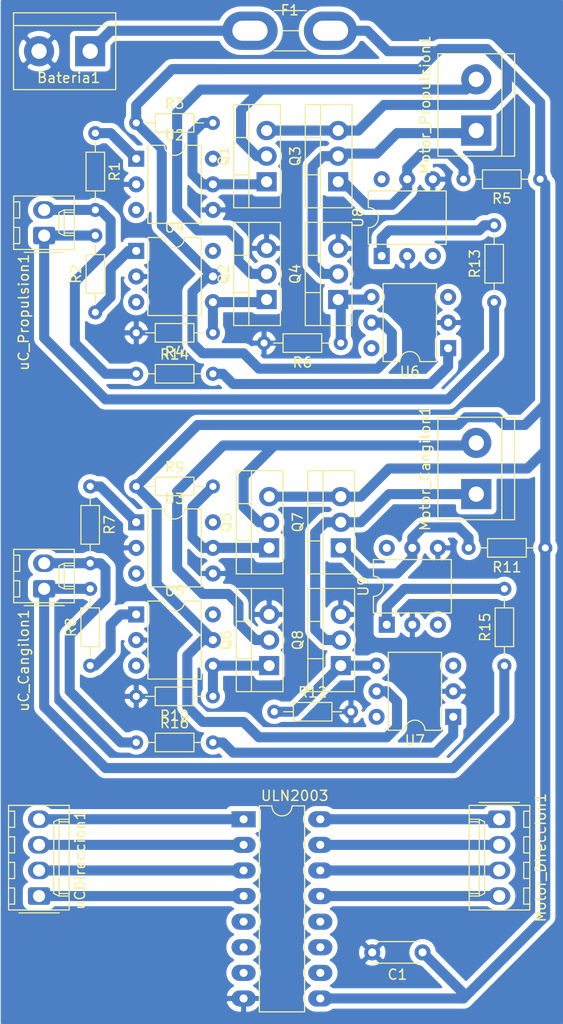
<source format=kicad_pcb>
(kicad_pcb (version 20171130) (host pcbnew "(5.1.5)-3")
  (layers (0 F.Cu signal) (31 B.Cu signal) (34 B.Paste user) (35 F.Paste user) (36 B.SilkS user) (37 F.SilkS user) (38 B.Mask user) (39 F.Mask user) (44 Edge.Cuts user))
  (net 0 "")
  (net 1 "Net-(Bateria1-Pad1)")
  (net 2 "Net-(Motor_Cangilon1-Pad2)")
  (net 3 "Net-(Motor_Cangilon1-Pad1)")
  (net 4 "Net-(Motor_Propulsion1-Pad2)")
  (net 5 "Net-(Motor_Propulsion1-Pad1)")
  (net 6 "Net-(Q1-Pad1)")
  (net 7 "Net-(Q2-Pad1)")
  (net 8 "Net-(Q5-Pad1)")
  (net 9 "Net-(Q6-Pad1)")
  (net 10 Earth)
  (net 11 "Net-(Q3-Pad1)")
  (net 12 "Net-(Q4-Pad1)")
  (net 13 "Net-(Q7-Pad1)")
  (net 14 "Net-(Q8-Pad1)")
  (net 15 "Net-(R1-Pad2)")
  (net 16 "Net-(R16-Pad1)")
  (net 17 "Net-(Motor_Direccion1-Pad4)")
  (net 18 "Net-(Motor_Direccion1-Pad3)")
  (net 19 "Net-(U1-Pad6)")
  (net 20 "Net-(U1-Pad5)")
  (net 21 "Net-(U1-Pad4)")
  (net 22 "Net-(U1-Pad10)")
  (net 23 "Net-(U1-Pad3)")
  (net 24 "Net-(U1-Pad2)")
  (net 25 "Net-(U1-Pad1)")
  (net 26 "Net-(Motor_Direccion1-Pad2)")
  (net 27 "Net-(Motor_Direccion1-Pad1)")
  (net 28 "Net-(U1-Pad7)")
  (net 29 "Net-(U1-Pad12)")
  (net 30 "Net-(U1-Pad11)")
  (net 31 "Net-(C1-Pad1)")
  (net 32 "Net-(R1-Pad1)")
  (net 33 "Net-(R13-Pad1)")
  (net 34 "Net-(R2-Pad1)")
  (net 35 "Net-(R7-Pad1)")
  (net 36 "Net-(R15-Pad1)")
  (net 37 "Net-(R8-Pad1)")
  (net 38 "Net-(R13-Pad2)")
  (net 39 "Net-(R14-Pad2)")
  (net 40 "Net-(R15-Pad2)")
  (net 41 "Net-(R16-Pad2)")
  (net 42 "Net-(U2-Pad6)")
  (net 43 "Net-(U2-Pad3)")
  (net 44 "Net-(U3-Pad6)")
  (net 45 "Net-(U3-Pad3)")
  (net 46 "Net-(U4-Pad6)")
  (net 47 "Net-(U4-Pad3)")
  (net 48 "Net-(U5-Pad6)")
  (net 49 "Net-(U5-Pad3)")
  (net 50 "Net-(U6-Pad6)")
  (net 51 "Net-(U6-Pad3)")
  (net 52 "Net-(U7-Pad6)")
  (net 53 "Net-(U7-Pad3)")
  (net 54 "Net-(U8-Pad6)")
  (net 55 "Net-(U8-Pad3)")
  (net 56 "Net-(U9-Pad6)")
  (net 57 "Net-(U9-Pad3)")
  (module Resistor_THT:R_Axial_DIN0204_L3.6mm_D1.6mm_P7.62mm_Horizontal (layer F.Cu) (at 141.732 77.216 180)
    (fp_text reference R6 (at 3.81 -1.92) (layer F.SilkS))
    (fp_text value 10k)
    (pad 2 thru_hole oval (at 7.62 0 180) (size 1.4 1.4) (drill 0.7) (layers *.Cu *.Mask) (net 10 Earth))
    (pad 1 thru_hole circle (at 0 0 180) (size 1.4 1.4) (drill 0.7) (layers *.Cu *.Mask) (net 12 "Net-(Q4-Pad1)"))
  )
  (module Resistor_THT:R_Axial_DIN0204_L3.6mm_D1.6mm_P7.62mm_Horizontal (layer F.Cu) (at 161.544 60.96 180)
    (fp_text reference R5 (at 3.81 -1.92) (layer F.SilkS))
    (fp_text value 10k)
    (pad 2 thru_hole oval (at 7.62 0 180) (size 1.4 1.4) (drill 0.7) (layers *.Cu *.Mask) (net 11 "Net-(Q3-Pad1)"))
    (pad 1 thru_hole circle (at 0 0 180) (size 1.4 1.4) (drill 0.7) (layers *.Cu *.Mask) (net 31 "Net-(C1-Pad1)"))
  )
  (module Resistor_THT:R_Axial_DIN0204_L3.6mm_D1.6mm_P7.62mm_Horizontal (layer F.Cu) (at 129.032 76.2 180)
    (fp_text reference R4 (at 3.81 -1.92) (layer F.SilkS))
    (fp_text value 10k)
    (pad 2 thru_hole oval (at 7.62 0 180) (size 1.4 1.4) (drill 0.7) (layers *.Cu *.Mask) (net 10 Earth))
    (pad 1 thru_hole circle (at 0 0 180) (size 1.4 1.4) (drill 0.7) (layers *.Cu *.Mask) (net 7 "Net-(Q2-Pad1)"))
  )
  (module Resistor_THT:R_Axial_DIN0204_L3.6mm_D1.6mm_P7.62mm_Horizontal (layer F.Cu) (at 121.412 55.372)
    (fp_text reference R3 (at 3.81 -1.92) (layer F.SilkS))
    (fp_text value 10k)
    (pad 2 thru_hole oval (at 7.62 0) (size 1.4 1.4) (drill 0.7) (layers *.Cu *.Mask) (net 6 "Net-(Q1-Pad1)"))
    (pad 1 thru_hole circle (at 0 0) (size 1.4 1.4) (drill 0.7) (layers *.Cu *.Mask) (net 31 "Net-(C1-Pad1)"))
  )
  (module Resistor_THT:R_Axial_DIN0204_L3.6mm_D1.6mm_P7.62mm_Horizontal (layer F.Cu) (at 117.348 56.388 270)
    (fp_text reference R1 (at 3.81 -1.92 90) (layer F.SilkS))
    (fp_text value 220)
    (pad 2 thru_hole oval (at 7.62 0 270) (size 1.4 1.4) (drill 0.7) (layers *.Cu *.Mask) (net 15 "Net-(R1-Pad2)"))
    (pad 1 thru_hole circle (at 0 0 270) (size 1.4 1.4) (drill 0.7) (layers *.Cu *.Mask) (net 32 "Net-(R1-Pad1)"))
  )
  (module Package_DIP:DIP-6_W7.62mm (layer F.Cu) (at 146.304 105.156 90)
    (fp_text reference U9 (at 3.81 -2.33 90) (layer F.SilkS))
    (fp_text value 4N25)
    (pad 6 thru_hole oval (at 7.62 0 90) (size 1.6 1.6) (drill 0.8) (layers *.Cu *.Mask) (net 56 "Net-(U9-Pad6)"))
    (pad 3 thru_hole oval (at 0 5.08 90) (size 1.6 1.6) (drill 0.8) (layers *.Cu *.Mask) (net 57 "Net-(U9-Pad3)"))
    (pad 5 thru_hole oval (at 7.62 2.54 90) (size 1.6 1.6) (drill 0.8) (layers *.Cu *.Mask) (net 13 "Net-(Q7-Pad1)"))
    (pad 2 thru_hole oval (at 0 2.54 90) (size 1.6 1.6) (drill 0.8) (layers *.Cu *.Mask) (net 10 Earth))
    (pad 4 thru_hole oval (at 7.62 5.08 90) (size 1.6 1.6) (drill 0.8) (layers *.Cu *.Mask) (net 10 Earth))
    (pad 1 thru_hole rect (at 0 0 90) (size 1.6 1.6) (drill 0.8) (layers *.Cu *.Mask) (net 40 "Net-(R15-Pad2)"))
  )
  (module Package_DIP:DIP-6_W7.62mm (layer F.Cu) (at 145.796 68.58 90)
    (fp_text reference U8 (at 3.81 -2.33 90) (layer F.SilkS))
    (fp_text value 4N25)
    (pad 6 thru_hole oval (at 7.62 0 90) (size 1.6 1.6) (drill 0.8) (layers *.Cu *.Mask) (net 54 "Net-(U8-Pad6)"))
    (pad 3 thru_hole oval (at 0 5.08 90) (size 1.6 1.6) (drill 0.8) (layers *.Cu *.Mask) (net 55 "Net-(U8-Pad3)"))
    (pad 5 thru_hole oval (at 7.62 2.54 90) (size 1.6 1.6) (drill 0.8) (layers *.Cu *.Mask) (net 11 "Net-(Q3-Pad1)"))
    (pad 2 thru_hole oval (at 0 2.54 90) (size 1.6 1.6) (drill 0.8) (layers *.Cu *.Mask) (net 10 Earth))
    (pad 4 thru_hole oval (at 7.62 5.08 90) (size 1.6 1.6) (drill 0.8) (layers *.Cu *.Mask) (net 10 Earth))
    (pad 1 thru_hole rect (at 0 0 90) (size 1.6 1.6) (drill 0.8) (layers *.Cu *.Mask) (net 38 "Net-(R13-Pad2)"))
  )
  (module Package_DIP:DIP-6_W7.62mm (layer F.Cu) (at 152.908 114.3 180)
    (fp_text reference U7 (at 3.81 -2.33) (layer F.SilkS))
    (fp_text value 4N25)
    (pad 6 thru_hole oval (at 7.62 0 180) (size 1.6 1.6) (drill 0.8) (layers *.Cu *.Mask) (net 52 "Net-(U7-Pad6)"))
    (pad 3 thru_hole oval (at 0 5.08 180) (size 1.6 1.6) (drill 0.8) (layers *.Cu *.Mask) (net 53 "Net-(U7-Pad3)"))
    (pad 5 thru_hole oval (at 7.62 2.54 180) (size 1.6 1.6) (drill 0.8) (layers *.Cu *.Mask) (net 31 "Net-(C1-Pad1)"))
    (pad 2 thru_hole oval (at 0 2.54 180) (size 1.6 1.6) (drill 0.8) (layers *.Cu *.Mask) (net 10 Earth))
    (pad 4 thru_hole oval (at 7.62 5.08 180) (size 1.6 1.6) (drill 0.8) (layers *.Cu *.Mask) (net 14 "Net-(Q8-Pad1)"))
    (pad 1 thru_hole rect (at 0 0 180) (size 1.6 1.6) (drill 0.8) (layers *.Cu *.Mask) (net 41 "Net-(R16-Pad2)"))
  )
  (module Package_DIP:DIP-6_W7.62mm (layer F.Cu) (at 152.4 77.724 180)
    (fp_text reference U6 (at 3.81 -2.33) (layer F.SilkS))
    (fp_text value 4N25)
    (pad 6 thru_hole oval (at 7.62 0 180) (size 1.6 1.6) (drill 0.8) (layers *.Cu *.Mask) (net 50 "Net-(U6-Pad6)"))
    (pad 3 thru_hole oval (at 0 5.08 180) (size 1.6 1.6) (drill 0.8) (layers *.Cu *.Mask) (net 51 "Net-(U6-Pad3)"))
    (pad 5 thru_hole oval (at 7.62 2.54 180) (size 1.6 1.6) (drill 0.8) (layers *.Cu *.Mask) (net 31 "Net-(C1-Pad1)"))
    (pad 2 thru_hole oval (at 0 2.54 180) (size 1.6 1.6) (drill 0.8) (layers *.Cu *.Mask) (net 10 Earth))
    (pad 4 thru_hole oval (at 7.62 5.08 180) (size 1.6 1.6) (drill 0.8) (layers *.Cu *.Mask) (net 12 "Net-(Q4-Pad1)"))
    (pad 1 thru_hole rect (at 0 0 180) (size 1.6 1.6) (drill 0.8) (layers *.Cu *.Mask) (net 39 "Net-(R14-Pad2)"))
  )
  (module Package_DIP:DIP-6_W7.62mm (layer F.Cu) (at 121.412 104.14)
    (fp_text reference U5 (at 3.81 -2.33) (layer F.SilkS))
    (fp_text value 4N25)
    (pad 6 thru_hole oval (at 7.62 0) (size 1.6 1.6) (drill 0.8) (layers *.Cu *.Mask) (net 48 "Net-(U5-Pad6)"))
    (pad 3 thru_hole oval (at 0 5.08) (size 1.6 1.6) (drill 0.8) (layers *.Cu *.Mask) (net 49 "Net-(U5-Pad3)"))
    (pad 5 thru_hole oval (at 7.62 2.54) (size 1.6 1.6) (drill 0.8) (layers *.Cu *.Mask) (net 31 "Net-(C1-Pad1)"))
    (pad 2 thru_hole oval (at 0 2.54) (size 1.6 1.6) (drill 0.8) (layers *.Cu *.Mask) (net 10 Earth))
    (pad 4 thru_hole oval (at 7.62 5.08) (size 1.6 1.6) (drill 0.8) (layers *.Cu *.Mask) (net 9 "Net-(Q6-Pad1)"))
    (pad 1 thru_hole rect (at 0 0) (size 1.6 1.6) (drill 0.8) (layers *.Cu *.Mask) (net 37 "Net-(R8-Pad1)"))
  )
  (module Package_DIP:DIP-6_W7.62mm (layer F.Cu) (at 121.412 68.072)
    (fp_text reference U4 (at 3.81 -2.33) (layer F.SilkS))
    (fp_text value 4N25)
    (pad 6 thru_hole oval (at 7.62 0) (size 1.6 1.6) (drill 0.8) (layers *.Cu *.Mask) (net 46 "Net-(U4-Pad6)"))
    (pad 3 thru_hole oval (at 0 5.08) (size 1.6 1.6) (drill 0.8) (layers *.Cu *.Mask) (net 47 "Net-(U4-Pad3)"))
    (pad 5 thru_hole oval (at 7.62 2.54) (size 1.6 1.6) (drill 0.8) (layers *.Cu *.Mask) (net 31 "Net-(C1-Pad1)"))
    (pad 2 thru_hole oval (at 0 2.54) (size 1.6 1.6) (drill 0.8) (layers *.Cu *.Mask) (net 10 Earth))
    (pad 4 thru_hole oval (at 7.62 5.08) (size 1.6 1.6) (drill 0.8) (layers *.Cu *.Mask) (net 7 "Net-(Q2-Pad1)"))
    (pad 1 thru_hole rect (at 0 0) (size 1.6 1.6) (drill 0.8) (layers *.Cu *.Mask) (net 34 "Net-(R2-Pad1)"))
  )
  (module Package_DIP:DIP-6_W7.62mm (layer F.Cu) (at 121.412 94.996)
    (fp_text reference U3 (at 3.81 -2.33) (layer F.SilkS))
    (fp_text value 4N25)
    (pad 6 thru_hole oval (at 7.62 0) (size 1.6 1.6) (drill 0.8) (layers *.Cu *.Mask) (net 44 "Net-(U3-Pad6)"))
    (pad 3 thru_hole oval (at 0 5.08) (size 1.6 1.6) (drill 0.8) (layers *.Cu *.Mask) (net 45 "Net-(U3-Pad3)"))
    (pad 5 thru_hole oval (at 7.62 2.54) (size 1.6 1.6) (drill 0.8) (layers *.Cu *.Mask) (net 8 "Net-(Q5-Pad1)"))
    (pad 2 thru_hole oval (at 0 2.54) (size 1.6 1.6) (drill 0.8) (layers *.Cu *.Mask) (net 10 Earth))
    (pad 4 thru_hole oval (at 7.62 5.08) (size 1.6 1.6) (drill 0.8) (layers *.Cu *.Mask) (net 10 Earth))
    (pad 1 thru_hole rect (at 0 0) (size 1.6 1.6) (drill 0.8) (layers *.Cu *.Mask) (net 35 "Net-(R7-Pad1)"))
  )
  (module Package_DIP:DIP-6_W7.62mm (layer F.Cu) (at 121.412 58.928)
    (fp_text reference U2 (at 3.81 -2.33) (layer F.SilkS))
    (fp_text value 4N25)
    (pad 6 thru_hole oval (at 7.62 0) (size 1.6 1.6) (drill 0.8) (layers *.Cu *.Mask) (net 42 "Net-(U2-Pad6)"))
    (pad 3 thru_hole oval (at 0 5.08) (size 1.6 1.6) (drill 0.8) (layers *.Cu *.Mask) (net 43 "Net-(U2-Pad3)"))
    (pad 5 thru_hole oval (at 7.62 2.54) (size 1.6 1.6) (drill 0.8) (layers *.Cu *.Mask) (net 6 "Net-(Q1-Pad1)"))
    (pad 2 thru_hole oval (at 0 2.54) (size 1.6 1.6) (drill 0.8) (layers *.Cu *.Mask) (net 10 Earth))
    (pad 4 thru_hole oval (at 7.62 5.08) (size 1.6 1.6) (drill 0.8) (layers *.Cu *.Mask) (net 10 Earth))
    (pad 1 thru_hole rect (at 0 0) (size 1.6 1.6) (drill 0.8) (layers *.Cu *.Mask) (net 32 "Net-(R1-Pad1)"))
  )
  (module Resistor_THT:R_Axial_DIN0204_L3.6mm_D1.6mm_P7.62mm_Horizontal (layer F.Cu) (at 121.412 116.84)
    (fp_text reference R16 (at 3.81 -1.92) (layer F.SilkS))
    (fp_text value 220)
    (pad 2 thru_hole oval (at 7.62 0) (size 1.4 1.4) (drill 0.7) (layers *.Cu *.Mask) (net 41 "Net-(R16-Pad2)"))
    (pad 1 thru_hole circle (at 0 0) (size 1.4 1.4) (drill 0.7) (layers *.Cu *.Mask) (net 16 "Net-(R16-Pad1)"))
  )
  (module Resistor_THT:R_Axial_DIN0204_L3.6mm_D1.6mm_P7.62mm_Horizontal (layer F.Cu) (at 157.988 109.22 90)
    (fp_text reference R15 (at 3.81 -1.92 90) (layer F.SilkS))
    (fp_text value 220)
    (pad 2 thru_hole oval (at 7.62 0 90) (size 1.4 1.4) (drill 0.7) (layers *.Cu *.Mask) (net 40 "Net-(R15-Pad2)"))
    (pad 1 thru_hole circle (at 0 0 90) (size 1.4 1.4) (drill 0.7) (layers *.Cu *.Mask) (net 36 "Net-(R15-Pad1)"))
  )
  (module Resistor_THT:R_Axial_DIN0204_L3.6mm_D1.6mm_P7.62mm_Horizontal (layer F.Cu) (at 121.412 80.264)
    (fp_text reference R14 (at 3.81 -1.92) (layer F.SilkS))
    (fp_text value 220)
    (pad 2 thru_hole oval (at 7.62 0) (size 1.4 1.4) (drill 0.7) (layers *.Cu *.Mask) (net 39 "Net-(R14-Pad2)"))
    (pad 1 thru_hole circle (at 0 0) (size 1.4 1.4) (drill 0.7) (layers *.Cu *.Mask) (net 15 "Net-(R1-Pad2)"))
  )
  (module Resistor_THT:R_Axial_DIN0204_L3.6mm_D1.6mm_P7.62mm_Horizontal (layer F.Cu) (at 156.972 73.152 90)
    (fp_text reference R13 (at 3.81 -1.92 90) (layer F.SilkS))
    (fp_text value 220)
    (pad 2 thru_hole oval (at 7.62 0 90) (size 1.4 1.4) (drill 0.7) (layers *.Cu *.Mask) (net 38 "Net-(R13-Pad2)"))
    (pad 1 thru_hole circle (at 0 0 90) (size 1.4 1.4) (drill 0.7) (layers *.Cu *.Mask) (net 33 "Net-(R13-Pad1)"))
  )
  (module Resistor_THT:R_Axial_DIN0204_L3.6mm_D1.6mm_P7.62mm_Horizontal (layer F.Cu) (at 135.128 113.792)
    (fp_text reference R12 (at 3.81 -1.92) (layer F.SilkS))
    (fp_text value 10k)
    (pad 2 thru_hole oval (at 7.62 0) (size 1.4 1.4) (drill 0.7) (layers *.Cu *.Mask) (net 10 Earth))
    (pad 1 thru_hole circle (at 0 0) (size 1.4 1.4) (drill 0.7) (layers *.Cu *.Mask) (net 14 "Net-(Q8-Pad1)"))
  )
  (module Resistor_THT:R_Axial_DIN0204_L3.6mm_D1.6mm_P7.62mm_Horizontal (layer F.Cu) (at 162.052 97.536 180)
    (fp_text reference R11 (at 3.81 -1.92) (layer F.SilkS))
    (fp_text value 10k)
    (pad 2 thru_hole oval (at 7.62 0 180) (size 1.4 1.4) (drill 0.7) (layers *.Cu *.Mask) (net 13 "Net-(Q7-Pad1)"))
    (pad 1 thru_hole circle (at 0 0 180) (size 1.4 1.4) (drill 0.7) (layers *.Cu *.Mask) (net 31 "Net-(C1-Pad1)"))
  )
  (module Resistor_THT:R_Axial_DIN0204_L3.6mm_D1.6mm_P7.62mm_Horizontal (layer F.Cu) (at 129.032 112.268 180)
    (fp_text reference R10 (at 3.81 -1.92) (layer F.SilkS))
    (fp_text value 10k)
    (pad 2 thru_hole oval (at 7.62 0 180) (size 1.4 1.4) (drill 0.7) (layers *.Cu *.Mask) (net 10 Earth))
    (pad 1 thru_hole circle (at 0 0 180) (size 1.4 1.4) (drill 0.7) (layers *.Cu *.Mask) (net 9 "Net-(Q6-Pad1)"))
  )
  (module Resistor_THT:R_Axial_DIN0204_L3.6mm_D1.6mm_P7.62mm_Horizontal (layer F.Cu) (at 121.412 91.44)
    (fp_text reference R9 (at 3.81 -1.92) (layer F.SilkS))
    (fp_text value 10k)
    (pad 2 thru_hole oval (at 7.62 0) (size 1.4 1.4) (drill 0.7) (layers *.Cu *.Mask) (net 8 "Net-(Q5-Pad1)"))
    (pad 1 thru_hole circle (at 0 0) (size 1.4 1.4) (drill 0.7) (layers *.Cu *.Mask) (net 31 "Net-(C1-Pad1)"))
  )
  (module Resistor_THT:R_Axial_DIN0204_L3.6mm_D1.6mm_P7.62mm_Horizontal (layer F.Cu) (at 116.84 109.22 90)
    (fp_text reference R8 (at 3.81 -1.92 90) (layer F.SilkS))
    (fp_text value 220)
    (pad 2 thru_hole oval (at 7.62 0 90) (size 1.4 1.4) (drill 0.7) (layers *.Cu *.Mask) (net 36 "Net-(R15-Pad1)"))
    (pad 1 thru_hole circle (at 0 0 90) (size 1.4 1.4) (drill 0.7) (layers *.Cu *.Mask) (net 37 "Net-(R8-Pad1)"))
  )
  (module Resistor_THT:R_Axial_DIN0204_L3.6mm_D1.6mm_P7.62mm_Horizontal (layer F.Cu) (at 116.84 91.44 270)
    (fp_text reference R7 (at 3.81 -1.92 90) (layer F.SilkS))
    (fp_text value 220)
    (pad 2 thru_hole oval (at 7.62 0 270) (size 1.4 1.4) (drill 0.7) (layers *.Cu *.Mask) (net 16 "Net-(R16-Pad1)"))
    (pad 1 thru_hole circle (at 0 0 270) (size 1.4 1.4) (drill 0.7) (layers *.Cu *.Mask) (net 35 "Net-(R7-Pad1)"))
  )
  (module Resistor_THT:R_Axial_DIN0204_L3.6mm_D1.6mm_P7.62mm_Horizontal (layer F.Cu) (at 117.348 74.168 90)
    (fp_text reference R2 (at 3.81 -1.92 90) (layer F.SilkS))
    (fp_text value 220)
    (pad 2 thru_hole oval (at 7.62 0 90) (size 1.4 1.4) (drill 0.7) (layers *.Cu *.Mask) (net 33 "Net-(R13-Pad1)"))
    (pad 1 thru_hole circle (at 0 0 90) (size 1.4 1.4) (drill 0.7) (layers *.Cu *.Mask) (net 34 "Net-(R2-Pad1)"))
  )
  (module Package_TO_SOT_THT:TO-220-3_Vertical (layer F.Cu) (at 141.732 109.22 90)
    (fp_text reference Q8 (at 2.54 -4.27 90) (layer F.SilkS))
    (fp_text value IRF540N)
    (pad 3 thru_hole oval (at 5.08 0 90) (size 1.905 2) (drill 1.1) (layers *.Cu *.Mask) (net 10 Earth))
    (pad 2 thru_hole oval (at 2.54 0 90) (size 1.905 2) (drill 1.1) (layers *.Cu *.Mask) (net 3 "Net-(Motor_Cangilon1-Pad1)"))
    (pad 1 thru_hole rect (at 0 0 90) (size 1.905 2) (drill 1.1) (layers *.Cu *.Mask) (net 14 "Net-(Q8-Pad1)"))
  )
  (module Package_TO_SOT_THT:TO-220-3_Vertical (layer F.Cu) (at 141.732 97.536 90)
    (fp_text reference Q7 (at 2.54 -4.27 90) (layer F.SilkS))
    (fp_text value IRF9540N)
    (pad 3 thru_hole oval (at 5.08 0 90) (size 1.905 2) (drill 1.1) (layers *.Cu *.Mask) (net 31 "Net-(C1-Pad1)"))
    (pad 2 thru_hole oval (at 2.54 0 90) (size 1.905 2) (drill 1.1) (layers *.Cu *.Mask) (net 3 "Net-(Motor_Cangilon1-Pad1)"))
    (pad 1 thru_hole rect (at 0 0 90) (size 1.905 2) (drill 1.1) (layers *.Cu *.Mask) (net 13 "Net-(Q7-Pad1)"))
  )
  (module Package_TO_SOT_THT:TO-220-3_Vertical (layer F.Cu) (at 134.62 109.22 90)
    (fp_text reference Q6 (at 2.54 -4.27 90) (layer F.SilkS))
    (fp_text value IRF540N)
    (pad 3 thru_hole oval (at 5.08 0 90) (size 1.905 2) (drill 1.1) (layers *.Cu *.Mask) (net 10 Earth))
    (pad 2 thru_hole oval (at 2.54 0 90) (size 1.905 2) (drill 1.1) (layers *.Cu *.Mask) (net 2 "Net-(Motor_Cangilon1-Pad2)"))
    (pad 1 thru_hole rect (at 0 0 90) (size 1.905 2) (drill 1.1) (layers *.Cu *.Mask) (net 9 "Net-(Q6-Pad1)"))
  )
  (module Package_TO_SOT_THT:TO-220-3_Vertical (layer F.Cu) (at 134.62 97.536 90)
    (fp_text reference Q5 (at 2.54 -4.27 90) (layer F.SilkS))
    (fp_text value IRF9540N)
    (pad 3 thru_hole oval (at 5.08 0 90) (size 1.905 2) (drill 1.1) (layers *.Cu *.Mask) (net 31 "Net-(C1-Pad1)"))
    (pad 2 thru_hole oval (at 2.54 0 90) (size 1.905 2) (drill 1.1) (layers *.Cu *.Mask) (net 2 "Net-(Motor_Cangilon1-Pad2)"))
    (pad 1 thru_hole rect (at 0 0 90) (size 1.905 2) (drill 1.1) (layers *.Cu *.Mask) (net 8 "Net-(Q5-Pad1)"))
  )
  (module Connector_Molex:Molex_KK-254_AE-6410-04A_1x04_P2.54mm_Vertical (layer F.Cu) (at 111.76 132.08 90)
    (fp_text reference uCDireccion1 (at 3.556 4.064 90) (layer F.SilkS))
    (fp_text value Screw_Terminal_01x04)
    (pad 4 thru_hole oval (at 7.62 0 90) (size 1.74 2.2) (drill 1.2) (layers *.Cu *.Mask) (net 25 "Net-(U1-Pad1)"))
    (pad 3 thru_hole oval (at 5.08 0 90) (size 1.74 2.2) (drill 1.2) (layers *.Cu *.Mask) (net 24 "Net-(U1-Pad2)"))
    (pad 2 thru_hole oval (at 2.54 0 90) (size 1.74 2.2) (drill 1.2) (layers *.Cu *.Mask) (net 23 "Net-(U1-Pad3)"))
    (pad 1 thru_hole roundrect (at 0 0 90) (size 1.74 2.2) (drill 1.2) (layers *.Cu *.Mask) (roundrect_rratio 0.143678) (net 21 "Net-(U1-Pad4)"))
  )
  (module Capacitor_THT:C_Disc_D4.3mm_W1.9mm_P5.00mm (layer F.Cu) (at 149.86 137.668 180)
    (fp_text reference C1 (at 2.5 -2.2) (layer F.SilkS))
    (fp_text value C)
    (pad 2 thru_hole circle (at 5 0 180) (size 1.6 1.6) (drill 0.8) (layers *.Cu *.Mask) (net 10 Earth))
    (pad 1 thru_hole circle (at 0 0 180) (size 1.6 1.6) (drill 0.8) (layers *.Cu *.Mask) (net 31 "Net-(C1-Pad1)"))
  )
  (module Fuse:Fuse_Blade_Mini_directSolder (layer F.Cu) (at 132.716 46.228)
    (fp_text reference F1 (at 3.95 -2.032) (layer F.SilkS))
    (fp_text value Fuse)
    (pad 2 thru_hole oval (at 8 0) (size 5.3 3.8) (drill oval 3.5 2) (layers *.Cu *.Mask) (net 31 "Net-(C1-Pad1)"))
    (pad 1 thru_hole oval (at 0 0) (size 5.5 3.8) (drill oval 3.5 2) (layers *.Cu *.Mask) (net 1 "Net-(Bateria1-Pad1)"))
  )
  (module Package_DIP:DIP-16_W7.62mm_LongPads (layer F.Cu) (at 132.08 124.46)
    (fp_text reference ULN2003 (at 5.08 -2.33) (layer F.SilkS))
    (fp_text value ULN2003)
    (pad 16 thru_hole oval (at 7.62 0) (size 2.4 1.6) (drill 0.8) (layers *.Cu *.Mask) (net 27 "Net-(Motor_Direccion1-Pad1)"))
    (pad 8 thru_hole oval (at 0 17.78) (size 2.4 1.6) (drill 0.8) (layers *.Cu *.Mask) (net 10 Earth))
    (pad 15 thru_hole oval (at 7.62 2.54) (size 2.4 1.6) (drill 0.8) (layers *.Cu *.Mask) (net 26 "Net-(Motor_Direccion1-Pad2)"))
    (pad 7 thru_hole oval (at 0 15.24) (size 2.4 1.6) (drill 0.8) (layers *.Cu *.Mask) (net 28 "Net-(U1-Pad7)"))
    (pad 14 thru_hole oval (at 7.62 5.08) (size 2.4 1.6) (drill 0.8) (layers *.Cu *.Mask) (net 18 "Net-(Motor_Direccion1-Pad3)"))
    (pad 6 thru_hole oval (at 0 12.7) (size 2.4 1.6) (drill 0.8) (layers *.Cu *.Mask) (net 19 "Net-(U1-Pad6)"))
    (pad 13 thru_hole oval (at 7.62 7.62) (size 2.4 1.6) (drill 0.8) (layers *.Cu *.Mask) (net 17 "Net-(Motor_Direccion1-Pad4)"))
    (pad 5 thru_hole oval (at 0 10.16) (size 2.4 1.6) (drill 0.8) (layers *.Cu *.Mask) (net 20 "Net-(U1-Pad5)"))
    (pad 12 thru_hole oval (at 7.62 10.16) (size 2.4 1.6) (drill 0.8) (layers *.Cu *.Mask) (net 29 "Net-(U1-Pad12)"))
    (pad 4 thru_hole oval (at 0 7.62) (size 2.4 1.6) (drill 0.8) (layers *.Cu *.Mask) (net 21 "Net-(U1-Pad4)"))
    (pad 11 thru_hole oval (at 7.62 12.7) (size 2.4 1.6) (drill 0.8) (layers *.Cu *.Mask) (net 30 "Net-(U1-Pad11)"))
    (pad 3 thru_hole oval (at 0 5.08) (size 2.4 1.6) (drill 0.8) (layers *.Cu *.Mask) (net 23 "Net-(U1-Pad3)"))
    (pad 10 thru_hole oval (at 7.62 15.24) (size 2.4 1.6) (drill 0.8) (layers *.Cu *.Mask) (net 22 "Net-(U1-Pad10)"))
    (pad 2 thru_hole oval (at 0 2.54) (size 2.4 1.6) (drill 0.8) (layers *.Cu *.Mask) (net 24 "Net-(U1-Pad2)"))
    (pad 9 thru_hole oval (at 7.62 17.78) (size 2.4 1.6) (drill 0.8) (layers *.Cu *.Mask) (net 31 "Net-(C1-Pad1)"))
    (pad 1 thru_hole rect (at 0 0) (size 2.4 1.6) (drill 0.8) (layers *.Cu *.Mask) (net 25 "Net-(U1-Pad1)"))
  )
  (module Package_TO_SOT_THT:TO-220-3_Vertical (layer F.Cu) (at 141.478 61.214 90)
    (fp_text reference Q3 (at 2.54 -4.27 90) (layer F.SilkS))
    (fp_text value IRF9540N)
    (pad 3 thru_hole oval (at 5.08 0 90) (size 1.905 2) (drill 1.1) (layers *.Cu *.Mask) (net 31 "Net-(C1-Pad1)"))
    (pad 2 thru_hole oval (at 2.54 0 90) (size 1.905 2) (drill 1.1) (layers *.Cu *.Mask) (net 5 "Net-(Motor_Propulsion1-Pad1)"))
    (pad 1 thru_hole rect (at 0 0 90) (size 1.905 2) (drill 1.1) (layers *.Cu *.Mask) (net 11 "Net-(Q3-Pad1)"))
  )
  (module Connector_Molex:Molex_KK-254_AE-6410-04A_1x04_P2.54mm_Vertical (layer F.Cu) (at 157.48 124.46 270)
    (fp_text reference Motor_Direccion1 (at 3.81 -4.12 90) (layer F.SilkS))
    (fp_text value Screw_Terminal_01x04)
    (pad 4 thru_hole oval (at 7.62 0 270) (size 1.74 2.2) (drill 1.2) (layers *.Cu *.Mask) (net 17 "Net-(Motor_Direccion1-Pad4)"))
    (pad 3 thru_hole oval (at 5.08 0 270) (size 1.74 2.2) (drill 1.2) (layers *.Cu *.Mask) (net 18 "Net-(Motor_Direccion1-Pad3)"))
    (pad 2 thru_hole oval (at 2.54 0 270) (size 1.74 2.2) (drill 1.2) (layers *.Cu *.Mask) (net 26 "Net-(Motor_Direccion1-Pad2)"))
    (pad 1 thru_hole roundrect (at 0 0 270) (size 1.74 2.2) (drill 1.2) (layers *.Cu *.Mask) (roundrect_rratio 0.144) (net 27 "Net-(Motor_Direccion1-Pad1)"))
  )
  (module Connector_Molex:Molex_KK-254_AE-6410-02A_1x02_P2.54mm_Vertical (layer F.Cu) (at 112.268 66.548 90)
    (fp_text reference uC_Propulsion1 (at -7.62 -2.032 90) (layer F.SilkS))
    (fp_text value Screw_Terminal_01x02)
    (pad 2 thru_hole oval (at 2.54 0 90) (size 1.74 2.2) (drill 1.2) (layers *.Cu *.Mask) (net 15 "Net-(R1-Pad2)"))
    (pad 1 thru_hole roundrect (at 0 0 90) (size 1.74 2.2) (drill 1.2) (layers *.Cu *.Mask) (roundrect_rratio 0.143678) (net 33 "Net-(R13-Pad1)"))
  )
  (module Connector_Molex:Molex_KK-254_AE-6410-02A_1x02_P2.54mm_Vertical (layer F.Cu) (at 112.268 101.6 90)
    (fp_text reference uC_Cangilon1 (at -7.112 -2.032 90) (layer F.SilkS))
    (fp_text value Screw_Terminal_01x02)
    (pad 2 thru_hole oval (at 2.54 0 90) (size 1.74 2.2) (drill 1.2) (layers *.Cu *.Mask) (net 16 "Net-(R16-Pad1)"))
    (pad 1 thru_hole roundrect (at 0 0 90) (size 1.74 2.2) (drill 1.2) (layers *.Cu *.Mask) (roundrect_rratio 0.143678) (net 36 "Net-(R15-Pad1)"))
  )
  (module Package_TO_SOT_THT:TO-220-3_Vertical (layer F.Cu) (at 141.478 72.898 90)
    (fp_text reference Q4 (at 2.54 -4.27 90) (layer F.SilkS))
    (fp_text value IRF540N)
    (pad 3 thru_hole oval (at 5.08 0 90) (size 1.905 2) (drill 1.1) (layers *.Cu *.Mask) (net 10 Earth))
    (pad 2 thru_hole oval (at 2.54 0 90) (size 1.905 2) (drill 1.1) (layers *.Cu *.Mask) (net 5 "Net-(Motor_Propulsion1-Pad1)"))
    (pad 1 thru_hole rect (at 0 0 90) (size 1.905 2) (drill 1.1) (layers *.Cu *.Mask) (net 12 "Net-(Q4-Pad1)"))
  )
  (module Package_TO_SOT_THT:TO-220-3_Vertical (layer F.Cu) (at 134.366 72.898 90)
    (fp_text reference Q2 (at 2.54 -4.27 90) (layer F.SilkS))
    (fp_text value IRF540N)
    (pad 3 thru_hole oval (at 5.08 0 90) (size 1.905 2) (drill 1.1) (layers *.Cu *.Mask) (net 10 Earth))
    (pad 2 thru_hole oval (at 2.54 0 90) (size 1.905 2) (drill 1.1) (layers *.Cu *.Mask) (net 4 "Net-(Motor_Propulsion1-Pad2)"))
    (pad 1 thru_hole rect (at 0 0 90) (size 1.905 2) (drill 1.1) (layers *.Cu *.Mask) (net 7 "Net-(Q2-Pad1)"))
  )
  (module Package_TO_SOT_THT:TO-220-3_Vertical (layer F.Cu) (at 134.366 61.214 90)
    (fp_text reference Q1 (at 2.54 -4.27 90) (layer F.SilkS))
    (fp_text value IRF9540N)
    (pad 3 thru_hole oval (at 5.08 0 90) (size 1.905 2) (drill 1.1) (layers *.Cu *.Mask) (net 31 "Net-(C1-Pad1)"))
    (pad 2 thru_hole oval (at 2.54 0 90) (size 1.905 2) (drill 1.1) (layers *.Cu *.Mask) (net 4 "Net-(Motor_Propulsion1-Pad2)"))
    (pad 1 thru_hole rect (at 0 0 90) (size 1.905 2) (drill 1.1) (layers *.Cu *.Mask) (net 6 "Net-(Q1-Pad1)"))
  )
  (module TerminalBlock:TerminalBlock_bornier-2_P5.08mm (layer F.Cu) (at 155.194 56.134 90)
    (fp_text reference Motor_Propulsion1 (at 2.54 -5.08 90) (layer F.SilkS))
    (fp_text value Screw_Terminal_01x02)
    (pad 2 thru_hole circle (at 5.08 0 90) (size 3 3) (drill 1.52) (layers *.Cu *.Mask) (net 4 "Net-(Motor_Propulsion1-Pad2)"))
    (pad 1 thru_hole rect (at 0 0 90) (size 3 3) (drill 1.52) (layers *.Cu *.Mask) (net 5 "Net-(Motor_Propulsion1-Pad1)"))
  )
  (module TerminalBlock:TerminalBlock_bornier-2_P5.08mm (layer F.Cu) (at 155.194 92.202 90)
    (fp_text reference Motor_Cangilon1 (at 2.54 -5.08 90) (layer F.SilkS))
    (fp_text value Screw_Terminal_01x02)
    (pad 2 thru_hole circle (at 5.08 0 90) (size 3 3) (drill 1.52) (layers *.Cu *.Mask) (net 2 "Net-(Motor_Cangilon1-Pad2)"))
    (pad 1 thru_hole rect (at 0 0 90) (size 3 3) (drill 1.52) (layers *.Cu *.Mask) (net 3 "Net-(Motor_Cangilon1-Pad1)"))
  )
  (module TerminalBlock:TerminalBlock_bornier-2_P5.08mm (layer F.Cu) (at 116.84 48.26 180)
    (fp_text reference Bateria1 (at 2.1336 -2.6416) (layer F.SilkS))
    (fp_text value Screw_Terminal_01x02)
    (pad 2 thru_hole circle (at 5.08 0 180) (size 3 3) (drill 1.52) (layers *.Cu *.Mask) (net 10 Earth))
    (pad 1 thru_hole rect (at 0 0 180) (size 3 3) (drill 1.52) (layers *.Cu *.Mask) (net 1 "Net-(Bateria1-Pad1)"))
  )
  (segment (start 118.872 46.228) (end 116.84 48.26) (width 1) (layer B.Cu) (net 1))
  (segment (start 132.716 46.228) (end 118.872 46.228) (width 1) (layer B.Cu) (net 1))
  (segment (start 133.604 94.996) (end 134.62 94.996) (width 1) (layer B.Cu) (net 2))
  (segment (start 132.08 90.424) (end 132.08 93.472) (width 1) (layer B.Cu) (net 2))
  (segment (start 155.194 87.122) (end 154.94 87.376) (width 1) (layer B.Cu) (net 2))
  (segment (start 135.128 87.376) (end 132.08 90.424) (width 1) (layer B.Cu) (net 2))
  (segment (start 154.94 87.376) (end 135.128 87.376) (width 1) (layer B.Cu) (net 2))
  (segment (start 132.08 93.472) (end 133.604 94.996) (width 1) (layer B.Cu) (net 2))
  (segment (start 130.048 87.376) (end 135.128 87.376) (width 1) (layer B.Cu) (net 2))
  (segment (start 125.476 91.948) (end 130.048 87.376) (width 1) (layer B.Cu) (net 2))
  (segment (start 125.476 99.568) (end 125.476 91.948) (width 1) (layer B.Cu) (net 2))
  (segment (start 128.016 102.108) (end 125.476 99.568) (width 1) (layer B.Cu) (net 2))
  (segment (start 133.27201 106.68) (end 131.572 104.97999) (width 1) (layer B.Cu) (net 2))
  (segment (start 134.62 106.68) (end 133.27201 106.68) (width 1) (layer B.Cu) (net 2))
  (segment (start 131.572 103.124) (end 130.556 102.108) (width 1) (layer B.Cu) (net 2))
  (segment (start 131.572 104.97999) (end 131.572 103.124) (width 1) (layer B.Cu) (net 2))
  (segment (start 130.556 102.108) (end 128.016 102.108) (width 1) (layer B.Cu) (net 2))
  (segment (start 139.192 96.012) (end 140.208 94.996) (width 1) (layer B.Cu) (net 3))
  (segment (start 140.208 94.996) (end 141.732 94.996) (width 1) (layer B.Cu) (net 3))
  (segment (start 141.732 106.68) (end 140.208 106.68) (width 1) (layer B.Cu) (net 3))
  (segment (start 139.192 105.664) (end 139.192 96.012) (width 1) (layer B.Cu) (net 3))
  (segment (start 140.208 106.68) (end 139.192 105.664) (width 1) (layer B.Cu) (net 3))
  (segment (start 152.694 92.202) (end 155.194 92.202) (width 1) (layer B.Cu) (net 3))
  (segment (start 146.526 92.202) (end 152.694 92.202) (width 1) (layer B.Cu) (net 3))
  (segment (start 143.732 94.996) (end 146.526 92.202) (width 1) (layer B.Cu) (net 3))
  (segment (start 141.732 94.996) (end 143.732 94.996) (width 1) (layer B.Cu) (net 3))
  (segment (start 133.382 58.674) (end 131.826 57.118) (width 1) (layer B.Cu) (net 4))
  (segment (start 134.366 58.674) (end 133.382 58.674) (width 1) (layer B.Cu) (net 4))
  (segment (start 131.826 57.118) (end 131.826 54.102) (width 1) (layer B.Cu) (net 4))
  (segment (start 133.858 52.07) (end 154.178 52.07) (width 1) (layer B.Cu) (net 4))
  (segment (start 154.178 52.07) (end 155.194 51.054) (width 1) (layer B.Cu) (net 4))
  (segment (start 131.826 54.102) (end 133.858 52.07) (width 1) (layer B.Cu) (net 4))
  (segment (start 131.572 69.088) (end 131.572 67.056) (width 1) (layer B.Cu) (net 4))
  (segment (start 131.572 67.056) (end 130.556 66.04) (width 1) (layer B.Cu) (net 4))
  (segment (start 134.366 70.358) (end 132.842 70.358) (width 1) (layer B.Cu) (net 4))
  (segment (start 127.762 52.07) (end 133.858 52.07) (width 1) (layer B.Cu) (net 4))
  (segment (start 132.842 70.358) (end 131.572 69.088) (width 1) (layer B.Cu) (net 4))
  (segment (start 125.476 54.356) (end 127.762 52.07) (width 1) (layer B.Cu) (net 4))
  (segment (start 125.476 64.008) (end 125.476 54.356) (width 1) (layer B.Cu) (net 4))
  (segment (start 127.508 66.04) (end 125.476 64.008) (width 1) (layer B.Cu) (net 4))
  (segment (start 130.556 66.04) (end 127.508 66.04) (width 1) (layer B.Cu) (net 4))
  (segment (start 154.94 56.388) (end 155.194 56.134) (width 1) (layer B.Cu) (net 5))
  (segment (start 145.288 58.42) (end 147.32 56.388) (width 1) (layer B.Cu) (net 5))
  (segment (start 147.32 56.388) (end 154.94 56.388) (width 1) (layer B.Cu) (net 5))
  (segment (start 141.478 58.674) (end 141.732 58.42) (width 1) (layer B.Cu) (net 5))
  (segment (start 141.732 58.42) (end 145.288 58.42) (width 1) (layer B.Cu) (net 5))
  (segment (start 141.478 58.674) (end 139.954 58.674) (width 1) (layer B.Cu) (net 5))
  (segment (start 139.954 58.674) (end 138.938 59.69) (width 1) (layer B.Cu) (net 5))
  (segment (start 138.938 59.69) (end 138.938 69.342) (width 1) (layer B.Cu) (net 5))
  (segment (start 138.938 69.342) (end 139.954 70.358) (width 1) (layer B.Cu) (net 5))
  (segment (start 139.954 70.358) (end 141.478 70.358) (width 1) (layer B.Cu) (net 5))
  (segment (start 134.112 61.468) (end 134.366 61.214) (width 1) (layer B.Cu) (net 6))
  (segment (start 129.032 61.468) (end 134.112 61.468) (width 1) (layer B.Cu) (net 6))
  (segment (start 128.016 61.468) (end 129.032 61.468) (width 1) (layer B.Cu) (net 6))
  (segment (start 127 60.452) (end 128.016 61.468) (width 1) (layer B.Cu) (net 6))
  (segment (start 127 56.388) (end 127 60.452) (width 1) (layer B.Cu) (net 6))
  (segment (start 129.032 55.372) (end 128.016 55.372) (width 1) (layer B.Cu) (net 6))
  (segment (start 128.016 55.372) (end 127 56.388) (width 1) (layer B.Cu) (net 6))
  (segment (start 134.112 73.152) (end 134.366 72.898) (width 1) (layer B.Cu) (net 7))
  (segment (start 129.032 73.152) (end 134.112 73.152) (width 1) (layer B.Cu) (net 7))
  (segment (start 129.032 76.2) (end 129.032 73.152) (width 1) (layer B.Cu) (net 7))
  (segment (start 129.032 97.536) (end 134.62 97.536) (width 1) (layer B.Cu) (net 8))
  (segment (start 127 93.472) (end 128.332001 92.139999) (width 1) (layer B.Cu) (net 8))
  (segment (start 127 96.52) (end 127 93.472) (width 1) (layer B.Cu) (net 8))
  (segment (start 129.032 97.536) (end 128.016 97.536) (width 1) (layer B.Cu) (net 8))
  (segment (start 128.332001 92.139999) (end 129.032 91.44) (width 1) (layer B.Cu) (net 8))
  (segment (start 128.016 97.536) (end 127 96.52) (width 1) (layer B.Cu) (net 8))
  (segment (start 129.032 109.22) (end 134.62 109.22) (width 1) (layer B.Cu) (net 9))
  (segment (start 129.032 109.22) (end 129.032 112.268) (width 1) (layer B.Cu) (net 9))
  (segment (start 153.924 59.944) (end 153.924 60.96) (width 1) (layer B.Cu) (net 11))
  (segment (start 148.336 60.96) (end 148.336 59.82863) (width 1) (layer B.Cu) (net 11))
  (segment (start 149.74463 58.42) (end 152.527 58.42) (width 1) (layer B.Cu) (net 11))
  (segment (start 152.527 58.42) (end 153.924 59.817) (width 1) (layer B.Cu) (net 11))
  (segment (start 148.336 59.82863) (end 149.74463 58.42) (width 1) (layer B.Cu) (net 11))
  (segment (start 153.924 59.817) (end 153.924 59.944) (width 1) (layer B.Cu) (net 11))
  (segment (start 148.336 61.976) (end 146.812 63.5) (width 1) (layer B.Cu) (net 11))
  (segment (start 141.986 61.214) (end 141.478 61.214) (width 1) (layer B.Cu) (net 11))
  (segment (start 148.336 60.96) (end 148.336 61.976) (width 1) (layer B.Cu) (net 11))
  (segment (start 146.812 63.5) (end 144.272 63.5) (width 1) (layer B.Cu) (net 11))
  (segment (start 144.272 63.5) (end 141.986 61.214) (width 1) (layer B.Cu) (net 11))
  (segment (start 141.732 73.152) (end 141.478 72.898) (width 1) (layer B.Cu) (net 12))
  (segment (start 141.732 77.216) (end 141.732 73.152) (width 1) (layer B.Cu) (net 12))
  (segment (start 144.526 72.898) (end 144.78 72.644) (width 1) (layer B.Cu) (net 12))
  (segment (start 141.478 72.898) (end 144.526 72.898) (width 1) (layer B.Cu) (net 12))
  (segment (start 148.844 98.552) (end 148.844 97.536) (width 1) (layer B.Cu) (net 13))
  (segment (start 147.32 100.076) (end 148.844 98.552) (width 1) (layer B.Cu) (net 13))
  (segment (start 141.732 97.536) (end 144.272 100.076) (width 1) (layer B.Cu) (net 13))
  (segment (start 144.272 100.076) (end 147.32 100.076) (width 1) (layer B.Cu) (net 13))
  (segment (start 154.432 96.52) (end 154.432 97.536) (width 1) (layer B.Cu) (net 13))
  (segment (start 149.86 95.504) (end 153.416 95.504) (width 1) (layer B.Cu) (net 13))
  (segment (start 148.844 97.536) (end 148.844 96.52) (width 1) (layer B.Cu) (net 13))
  (segment (start 153.416 95.504) (end 154.432 96.52) (width 1) (layer B.Cu) (net 13))
  (segment (start 148.844 96.52) (end 149.86 95.504) (width 1) (layer B.Cu) (net 13))
  (segment (start 137.16 113.792) (end 141.732 109.22) (width 1) (layer B.Cu) (net 14))
  (segment (start 135.128 113.792) (end 137.16 113.792) (width 1) (layer B.Cu) (net 14))
  (segment (start 141.732 109.22) (end 145.288 109.22) (width 1) (layer B.Cu) (net 14))
  (segment (start 112.268 64.008) (end 117.348 64.008) (width 1) (layer B.Cu) (net 15))
  (segment (start 118.364 80.264) (end 115.316 77.216) (width 1) (layer B.Cu) (net 15))
  (segment (start 115.316 77.216) (end 115.316 71.140001) (width 1) (layer B.Cu) (net 15))
  (segment (start 117.856 64.008) (end 117.348 64.008) (width 1) (layer B.Cu) (net 15))
  (segment (start 121.412 80.264) (end 118.364 80.264) (width 1) (layer B.Cu) (net 15))
  (segment (start 118.872 65.024) (end 117.856 64.008) (width 1) (layer B.Cu) (net 15))
  (segment (start 115.316 71.140001) (end 118.872 67.584001) (width 1) (layer B.Cu) (net 15))
  (segment (start 118.872 67.584001) (end 118.872 65.024) (width 1) (layer B.Cu) (net 15))
  (segment (start 112.268 99.06) (end 116.84 99.06) (width 1) (layer B.Cu) (net 16))
  (segment (start 117.856 99.06) (end 116.84 99.06) (width 1) (layer B.Cu) (net 16))
  (segment (start 118.364 99.568) (end 117.856 99.06) (width 1) (layer B.Cu) (net 16))
  (segment (start 119.888 116.84) (end 114.808 111.76) (width 1) (layer B.Cu) (net 16))
  (segment (start 114.808 111.76) (end 114.808 106.172) (width 1) (layer B.Cu) (net 16))
  (segment (start 114.808 106.172) (end 118.364 102.616) (width 1) (layer B.Cu) (net 16))
  (segment (start 121.412 116.84) (end 119.888 116.84) (width 1) (layer B.Cu) (net 16))
  (segment (start 118.364 102.616) (end 118.364 99.568) (width 1) (layer B.Cu) (net 16))
  (segment (start 139.7 132.08) (end 155.194 132.08) (width 1) (layer B.Cu) (net 17))
  (segment (start 155.194 132.08) (end 157.48 132.08) (width 1) (layer B.Cu) (net 17))
  (segment (start 139.7 129.54) (end 155.194 129.54) (width 1) (layer B.Cu) (net 18))
  (segment (start 155.194 129.54) (end 157.48 129.54) (width 1) (layer B.Cu) (net 18))
  (segment (start 132.08 132.08) (end 111.76 132.08) (width 1) (layer B.Cu) (net 21))
  (segment (start 111.76 129.54) (end 132.08 129.54) (width 1) (layer B.Cu) (net 23))
  (segment (start 132.08 127) (end 111.76 127) (width 1) (layer B.Cu) (net 24))
  (segment (start 111.76 124.46) (end 132.08 124.46) (width 1) (layer B.Cu) (net 25))
  (segment (start 139.7 127) (end 155.194 127) (width 1) (layer B.Cu) (net 26))
  (segment (start 155.194 127) (end 157.48 127) (width 1) (layer B.Cu) (net 26))
  (segment (start 139.7 124.46) (end 155.194 124.46) (width 1) (layer B.Cu) (net 27))
  (segment (start 155.194 124.46) (end 157.48 124.46) (width 1) (layer B.Cu) (net 27))
  (segment (start 134.366 56.134) (end 141.478 56.134) (width 1) (layer B.Cu) (net 31))
  (segment (start 158.242 52.07) (end 158.242 50.038) (width 1) (layer B.Cu) (net 31))
  (segment (start 143.478 56.134) (end 146.018 53.594) (width 1) (layer B.Cu) (net 31))
  (segment (start 141.478 56.134) (end 143.478 56.134) (width 1) (layer B.Cu) (net 31))
  (segment (start 146.018 53.594) (end 156.718 53.594) (width 1) (layer B.Cu) (net 31))
  (segment (start 156.718 53.594) (end 158.242 52.07) (width 1) (layer B.Cu) (net 31))
  (segment (start 153.924 141.732) (end 153.924 142.24) (width 1) (layer B.Cu) (net 31))
  (segment (start 149.86 137.668) (end 153.924 141.732) (width 1) (layer B.Cu) (net 31))
  (segment (start 139.7 142.24) (end 153.924 142.24) (width 1) (layer B.Cu) (net 31))
  (segment (start 134.62 92.456) (end 141.732 92.456) (width 1) (layer B.Cu) (net 31))
  (segment (start 161.544 53.34) (end 158.242 50.038) (width 1) (layer B.Cu) (net 31))
  (segment (start 161.544 60.96) (end 161.544 53.34) (width 1) (layer B.Cu) (net 31))
  (segment (start 160.274 89.662) (end 162.052 87.884) (width 1) (layer B.Cu) (net 31))
  (segment (start 141.732 92.456) (end 143.732 92.456) (width 1) (layer B.Cu) (net 31))
  (segment (start 146.526 89.662) (end 160.274 89.662) (width 1) (layer B.Cu) (net 31))
  (segment (start 143.732 92.456) (end 146.526 89.662) (width 1) (layer B.Cu) (net 31))
  (segment (start 162.052 134.112) (end 162.052 97.536) (width 1) (layer B.Cu) (net 31))
  (segment (start 153.924 142.24) (end 162.052 134.112) (width 1) (layer B.Cu) (net 31))
  (segment (start 157.226 84.582) (end 157.988 85.344) (width 1) (layer B.Cu) (net 31))
  (segment (start 157.988 85.344) (end 160.02 85.344) (width 1) (layer B.Cu) (net 31))
  (segment (start 153.416 85.344) (end 154.178 84.582) (width 1) (layer B.Cu) (net 31))
  (segment (start 154.178 84.582) (end 157.226 84.582) (width 1) (layer B.Cu) (net 31))
  (segment (start 127.508 85.344) (end 153.416 85.344) (width 1) (layer B.Cu) (net 31))
  (segment (start 121.412 91.44) (end 127.508 85.344) (width 1) (layer B.Cu) (net 31))
  (segment (start 160.02 85.344) (end 162.052 83.312) (width 1) (layer B.Cu) (net 31))
  (segment (start 162.052 87.884) (end 162.052 97.536) (width 1) (layer B.Cu) (net 31))
  (segment (start 162.052 82.296) (end 162.052 87.884) (width 1) (layer B.Cu) (net 31))
  (segment (start 162.052 83.312) (end 162.052 82.296) (width 1) (layer B.Cu) (net 31))
  (segment (start 162.052 61.468) (end 162.052 82.296) (width 1) (layer B.Cu) (net 31))
  (segment (start 161.544 60.96) (end 162.052 61.468) (width 1) (layer B.Cu) (net 31))
  (segment (start 147.32 112.776) (end 146.304 111.76) (width 1) (layer B.Cu) (net 31))
  (segment (start 146.304 111.76) (end 145.288 111.76) (width 1) (layer B.Cu) (net 31))
  (segment (start 147.32 115.316) (end 147.32 112.776) (width 1) (layer B.Cu) (net 31))
  (segment (start 146.304 116.332) (end 147.32 115.316) (width 1) (layer B.Cu) (net 31))
  (segment (start 133.604 116.332) (end 146.304 116.332) (width 1) (layer B.Cu) (net 31))
  (segment (start 128.016 106.68) (end 126.492 108.204) (width 1) (layer B.Cu) (net 31))
  (segment (start 129.032 106.68) (end 128.016 106.68) (width 1) (layer B.Cu) (net 31))
  (segment (start 132.08 114.808) (end 133.604 116.332) (width 1) (layer B.Cu) (net 31))
  (segment (start 126.492 108.204) (end 126.492 113.284) (width 1) (layer B.Cu) (net 31))
  (segment (start 126.492 113.284) (end 128.016 114.808) (width 1) (layer B.Cu) (net 31))
  (segment (start 128.016 114.808) (end 132.08 114.808) (width 1) (layer B.Cu) (net 31))
  (segment (start 123.952 57.912) (end 122.111999 56.071999) (width 1) (layer B.Cu) (net 31))
  (segment (start 122.111999 56.071999) (end 121.412 55.372) (width 1) (layer B.Cu) (net 31))
  (segment (start 129.032 70.612) (end 123.952 65.532) (width 1) (layer B.Cu) (net 31))
  (segment (start 123.952 65.532) (end 123.952 57.912) (width 1) (layer B.Cu) (net 31))
  (segment (start 128.016 78.232) (end 132.08 78.232) (width 1) (layer B.Cu) (net 31))
  (segment (start 127 72.136) (end 127 77.216) (width 1) (layer B.Cu) (net 31))
  (segment (start 129.032 70.612) (end 128.524 70.612) (width 1) (layer B.Cu) (net 31))
  (segment (start 132.08 78.232) (end 133.604 79.756) (width 1) (layer B.Cu) (net 31))
  (segment (start 127 77.216) (end 128.016 78.232) (width 1) (layer B.Cu) (net 31))
  (segment (start 128.524 70.612) (end 127 72.136) (width 1) (layer B.Cu) (net 31))
  (segment (start 146.812 76.2) (end 145.796 75.184) (width 1) (layer B.Cu) (net 31))
  (segment (start 133.604 79.756) (end 145.382001 79.756) (width 1) (layer B.Cu) (net 31))
  (segment (start 145.382001 79.756) (end 146.812 78.326001) (width 1) (layer B.Cu) (net 31))
  (segment (start 145.796 75.184) (end 144.78 75.184) (width 1) (layer B.Cu) (net 31))
  (segment (start 146.812 78.326001) (end 146.812 76.2) (width 1) (layer B.Cu) (net 31))
  (segment (start 156.250001 48.046001) (end 151.597999 48.046001) (width 1) (layer B.Cu) (net 31))
  (segment (start 158.242 50.038) (end 156.250001 48.046001) (width 1) (layer B.Cu) (net 31))
  (segment (start 149.606 50.038) (end 125.222 50.038) (width 1) (layer B.Cu) (net 31))
  (segment (start 124.994051 50.038) (end 125.222 50.038) (width 1) (layer B.Cu) (net 31))
  (segment (start 129.552 50.038) (end 125.222 50.038) (width 1) (layer B.Cu) (net 31))
  (segment (start 121.412 55.372) (end 121.412 53.620051) (width 1) (layer B.Cu) (net 31))
  (segment (start 121.412 53.620051) (end 124.994051 50.038) (width 1) (layer B.Cu) (net 31))
  (segment (start 146.398 48.26) (end 151.384 48.26) (width 1) (layer B.Cu) (net 31))
  (segment (start 144.366 46.228) (end 146.398 48.26) (width 1) (layer B.Cu) (net 31))
  (segment (start 151.597999 48.046001) (end 151.384 48.26) (width 1) (layer B.Cu) (net 31))
  (segment (start 140.716 46.228) (end 144.366 46.228) (width 1) (layer B.Cu) (net 31))
  (segment (start 151.384 48.26) (end 149.606 50.038) (width 1) (layer B.Cu) (net 31))
  (segment (start 122.111999 92.139999) (end 121.412 91.44) (width 1) (layer B.Cu) (net 31))
  (segment (start 129.032 106.68) (end 123.444 101.092) (width 1) (layer B.Cu) (net 31))
  (segment (start 123.444 93.472) (end 122.111999 92.139999) (width 1) (layer B.Cu) (net 31))
  (segment (start 123.444 101.092) (end 123.444 93.472) (width 1) (layer B.Cu) (net 31))
  (segment (start 117.348 56.388) (end 118.872 56.388) (width 1) (layer B.Cu) (net 32))
  (segment (start 118.872 56.388) (end 121.412 58.928) (width 1) (layer B.Cu) (net 32))
  (segment (start 112.268 66.548) (end 117.348 66.548) (width 1) (layer B.Cu) (net 33))
  (segment (start 156.972 74.141949) (end 156.972 73.152) (width 1) (layer B.Cu) (net 33))
  (segment (start 112.268 76.708) (end 118.364 82.804) (width 1) (layer B.Cu) (net 33))
  (segment (start 112.268 66.548) (end 112.268 76.708) (width 1) (layer B.Cu) (net 33))
  (segment (start 118.364 82.804) (end 152.4 82.804) (width 1) (layer B.Cu) (net 33))
  (segment (start 156.972 78.232) (end 156.972 74.141949) (width 1) (layer B.Cu) (net 33))
  (segment (start 152.4 82.804) (end 156.972 78.232) (width 1) (layer B.Cu) (net 33))
  (segment (start 118.872 72.644) (end 118.872 69.85) (width 1) (layer B.Cu) (net 34))
  (segment (start 118.872 69.85) (end 120.65 68.072) (width 1) (layer B.Cu) (net 34))
  (segment (start 117.348 74.168) (end 118.872 72.644) (width 1) (layer B.Cu) (net 34))
  (segment (start 120.65 68.072) (end 121.412 68.072) (width 1) (layer B.Cu) (net 34))
  (segment (start 117.856 91.44) (end 121.412 94.996) (width 1) (layer B.Cu) (net 35))
  (segment (start 116.84 91.44) (end 117.856 91.44) (width 1) (layer B.Cu) (net 35))
  (segment (start 157.988 110.209949) (end 157.988 109.22) (width 1) (layer B.Cu) (net 36))
  (segment (start 112.268 101.6) (end 112.268 113.284) (width 1) (layer B.Cu) (net 36))
  (segment (start 118.364 119.38) (end 152.908 119.38) (width 1) (layer B.Cu) (net 36))
  (segment (start 152.908 119.38) (end 157.988 114.3) (width 1) (layer B.Cu) (net 36))
  (segment (start 112.268 113.284) (end 118.364 119.38) (width 1) (layer B.Cu) (net 36))
  (segment (start 157.988 114.3) (end 157.988 110.209949) (width 1) (layer B.Cu) (net 36))
  (segment (start 112.268 101.6) (end 116.84 101.6) (width 1) (layer B.Cu) (net 36))
  (segment (start 119.888 104.14) (end 121.412 104.14) (width 1) (layer B.Cu) (net 37))
  (segment (start 118.872 105.156) (end 119.888 104.14) (width 1) (layer B.Cu) (net 37))
  (segment (start 117.348 109.22) (end 118.872 107.696) (width 1) (layer B.Cu) (net 37))
  (segment (start 118.872 107.696) (end 118.872 105.156) (width 1) (layer B.Cu) (net 37))
  (segment (start 145.796 66.78) (end 146.536 66.04) (width 1) (layer B.Cu) (net 38))
  (segment (start 145.796 68.58) (end 145.796 66.78) (width 1) (layer B.Cu) (net 38))
  (segment (start 146.536 66.04) (end 155.474051 66.04) (width 1) (layer B.Cu) (net 38))
  (segment (start 155.474051 66.04) (end 155.982051 65.532) (width 1) (layer B.Cu) (net 38))
  (segment (start 155.982051 65.532) (end 156.972 65.532) (width 1) (layer B.Cu) (net 38))
  (segment (start 131.037949 81.28) (end 150.644 81.28) (width 1) (layer B.Cu) (net 39))
  (segment (start 152.4 79.524) (end 152.4 77.724) (width 1) (layer B.Cu) (net 39))
  (segment (start 129.032 80.264) (end 130.021949 80.264) (width 1) (layer B.Cu) (net 39))
  (segment (start 130.021949 80.264) (end 131.037949 81.28) (width 1) (layer B.Cu) (net 39))
  (segment (start 150.644 81.28) (end 152.4 79.524) (width 1) (layer B.Cu) (net 39))
  (segment (start 156.998051 101.6) (end 157.988 101.6) (width 1) (layer B.Cu) (net 40))
  (segment (start 148.06 101.6) (end 156.998051 101.6) (width 1) (layer B.Cu) (net 40))
  (segment (start 146.304 103.356) (end 148.06 101.6) (width 1) (layer B.Cu) (net 40))
  (segment (start 146.304 105.156) (end 146.304 103.356) (width 1) (layer B.Cu) (net 40))
  (segment (start 152.908 116.1) (end 152.908 114.3) (width 1) (layer B.Cu) (net 41))
  (segment (start 151.152 117.856) (end 152.908 116.1) (width 1) (layer B.Cu) (net 41))
  (segment (start 129.032 116.84) (end 130.021949 116.84) (width 1) (layer B.Cu) (net 41))
  (segment (start 131.037949 117.856) (end 151.152 117.856) (width 1) (layer B.Cu) (net 41))
  (segment (start 130.021949 116.84) (end 131.037949 117.856) (width 1) (layer B.Cu) (net 41))
  (zone (net 10) (net_name Earth) (layer B.Cu) (connect_pads (clearance 0.508)) (min_thickness 0.254) (fill yes (arc_segments 32) (thermal_gap 0.508) (thermal_bridge_width 0.508))
    (polygon (pts (xy 163.83 144.78) (xy 107.95 144.78) (xy 107.95 43.18) (xy 163.83 43.18)))
  )
)
</source>
